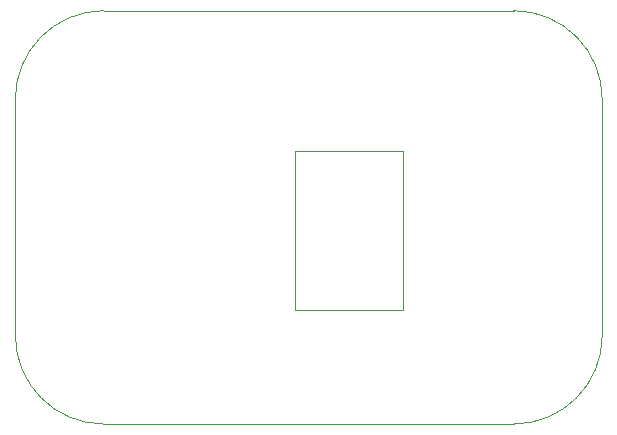
<source format=gbr>
%TF.GenerationSoftware,KiCad,Pcbnew,7.0.8*%
%TF.CreationDate,2023-12-08T10:16:49-06:00*%
%TF.ProjectId,ADNS9800,41444e53-3938-4303-902e-6b696361645f,rev?*%
%TF.SameCoordinates,Original*%
%TF.FileFunction,Profile,NP*%
%FSLAX46Y46*%
G04 Gerber Fmt 4.6, Leading zero omitted, Abs format (unit mm)*
G04 Created by KiCad (PCBNEW 7.0.8) date 2023-12-08 10:16:49*
%MOMM*%
%LPD*%
G01*
G04 APERTURE LIST*
%TA.AperFunction,Profile*%
%ADD10C,0.100000*%
%TD*%
%TA.AperFunction,Profile*%
%ADD11C,0.120000*%
%TD*%
G04 APERTURE END LIST*
D10*
X127803301Y-102500000D02*
X162500000Y-102500000D01*
X120303301Y-75000000D02*
X120303301Y-95000000D01*
X162500000Y-67500000D02*
X127803301Y-67500000D01*
X170000000Y-95000000D02*
X170000000Y-75000000D01*
X162500000Y-102500000D02*
G75*
G03*
X170000000Y-95000000I0J7500000D01*
G01*
X120303301Y-95000000D02*
G75*
G03*
X127803301Y-102500000I7500000J0D01*
G01*
X127803301Y-67500000D02*
G75*
G03*
X120303301Y-75000000I0J-7500000D01*
G01*
X170000000Y-75000000D02*
G75*
G03*
X162500000Y-67500000I-7500000J0D01*
G01*
D11*
%TO.C,U1*%
X143950000Y-79415000D02*
X143950000Y-92875000D01*
X143950000Y-79415000D02*
X153150000Y-79415000D01*
X143950000Y-92875000D02*
X153150000Y-92875000D01*
X153150000Y-79415000D02*
X153150000Y-92875000D01*
%TD*%
M02*

</source>
